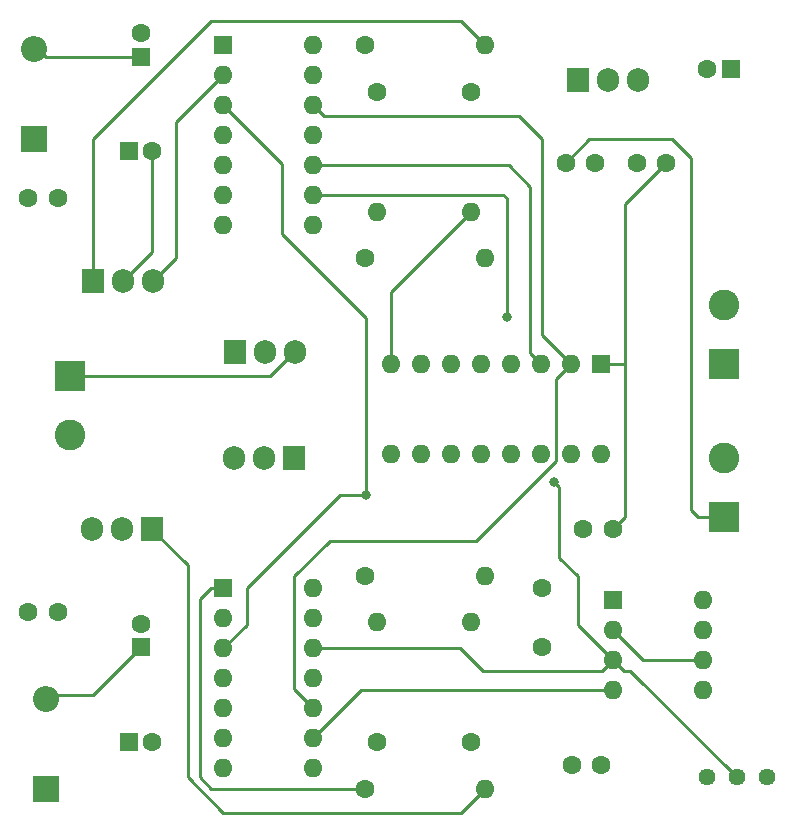
<source format=gbl>
G04 #@! TF.GenerationSoftware,KiCad,Pcbnew,(5.1.2)-2*
G04 #@! TF.CreationDate,2019-09-19T14:38:40-05:00*
G04 #@! TF.ProjectId,PWM-H-Bridge,50574d2d-482d-4427-9269-6467652e6b69,rev?*
G04 #@! TF.SameCoordinates,Original*
G04 #@! TF.FileFunction,Copper,L2,Bot*
G04 #@! TF.FilePolarity,Positive*
%FSLAX46Y46*%
G04 Gerber Fmt 4.6, Leading zero omitted, Abs format (unit mm)*
G04 Created by KiCad (PCBNEW (5.1.2)-2) date 2019-09-19 14:38:40*
%MOMM*%
%LPD*%
G04 APERTURE LIST*
%ADD10R,2.600000X2.600000*%
%ADD11C,2.600000*%
%ADD12C,1.600000*%
%ADD13R,1.600000X1.600000*%
%ADD14R,2.200000X2.200000*%
%ADD15O,2.200000X2.200000*%
%ADD16O,1.905000X2.000000*%
%ADD17R,1.905000X2.000000*%
%ADD18O,1.600000X1.600000*%
%ADD19C,1.440000*%
%ADD20C,0.800000*%
%ADD21C,0.250000*%
G04 APERTURE END LIST*
D10*
X103400000Y-95000000D03*
D11*
X103400000Y-90000000D03*
X103400000Y-77000000D03*
D10*
X103400000Y-82000000D03*
D12*
X88000000Y-106000000D03*
X88000000Y-101000000D03*
X90500000Y-116000000D03*
X93000000Y-116000000D03*
X94000000Y-96000000D03*
X91500000Y-96000000D03*
X44500000Y-68000000D03*
X47000000Y-68000000D03*
X47000000Y-103000000D03*
X44500000Y-103000000D03*
X92500000Y-65000000D03*
X90000000Y-65000000D03*
X96000000Y-65000000D03*
X98500000Y-65000000D03*
D13*
X104000000Y-57000000D03*
D12*
X102000000Y-57000000D03*
X54000000Y-54000000D03*
D13*
X54000000Y-56000000D03*
D12*
X55000000Y-64000000D03*
D13*
X53000000Y-64000000D03*
X54000000Y-106000000D03*
D12*
X54000000Y-104000000D03*
D13*
X53000000Y-114000000D03*
D12*
X55000000Y-114000000D03*
D14*
X45000000Y-63000000D03*
D15*
X45000000Y-55380000D03*
D14*
X46000000Y-118000000D03*
D15*
X46000000Y-110380000D03*
D10*
X48000000Y-83000000D03*
D11*
X48000000Y-88000000D03*
D16*
X67080000Y-81000000D03*
X64540000Y-81000000D03*
D17*
X62000000Y-81000000D03*
X50000000Y-75000000D03*
D16*
X52540000Y-75000000D03*
X55080000Y-75000000D03*
X61920000Y-90000000D03*
X64460000Y-90000000D03*
D17*
X67000000Y-90000000D03*
D16*
X49920000Y-96000000D03*
X52460000Y-96000000D03*
D17*
X55000000Y-96000000D03*
D18*
X74000000Y-69160000D03*
D12*
X74000000Y-59000000D03*
D18*
X83160000Y-55000000D03*
D12*
X73000000Y-55000000D03*
X74000000Y-114000000D03*
D18*
X74000000Y-103840000D03*
D12*
X73000000Y-118000000D03*
D18*
X83160000Y-118000000D03*
D12*
X73000000Y-73000000D03*
D18*
X83160000Y-73000000D03*
D12*
X82000000Y-59000000D03*
D18*
X82000000Y-69160000D03*
X83160000Y-100000000D03*
D12*
X73000000Y-100000000D03*
D18*
X82000000Y-103840000D03*
D12*
X82000000Y-114000000D03*
D19*
X107000000Y-117000000D03*
X104460000Y-117000000D03*
X101920000Y-117000000D03*
D18*
X68620000Y-55000000D03*
X61000000Y-70240000D03*
X68620000Y-57540000D03*
X61000000Y-67700000D03*
X68620000Y-60080000D03*
X61000000Y-65160000D03*
X68620000Y-62620000D03*
X61000000Y-62620000D03*
X68620000Y-65160000D03*
X61000000Y-60080000D03*
X68620000Y-67700000D03*
X61000000Y-57540000D03*
X68620000Y-70240000D03*
D13*
X61000000Y-55000000D03*
X61000000Y-101000000D03*
D18*
X68620000Y-116240000D03*
X61000000Y-103540000D03*
X68620000Y-113700000D03*
X61000000Y-106080000D03*
X68620000Y-111160000D03*
X61000000Y-108620000D03*
X68620000Y-108620000D03*
X61000000Y-111160000D03*
X68620000Y-106080000D03*
X61000000Y-113700000D03*
X68620000Y-103540000D03*
X61000000Y-116240000D03*
X68620000Y-101000000D03*
D13*
X94000000Y-102000000D03*
D18*
X101620000Y-109620000D03*
X94000000Y-104540000D03*
X101620000Y-107080000D03*
X94000000Y-107080000D03*
X101620000Y-104540000D03*
X94000000Y-109620000D03*
X101620000Y-102000000D03*
D13*
X93000000Y-82000000D03*
D18*
X75220000Y-89620000D03*
X90460000Y-82000000D03*
X77760000Y-89620000D03*
X87920000Y-82000000D03*
X80300000Y-89620000D03*
X85380000Y-82000000D03*
X82840000Y-89620000D03*
X82840000Y-82000000D03*
X85380000Y-89620000D03*
X80300000Y-82000000D03*
X87920000Y-89620000D03*
X77760000Y-82000000D03*
X90460000Y-89620000D03*
X75220000Y-82000000D03*
X93000000Y-89620000D03*
D17*
X91000000Y-58000000D03*
D16*
X93540000Y-58000000D03*
X96080000Y-58000000D03*
D20*
X85000000Y-78000000D03*
X73080000Y-93080000D03*
X89000000Y-92000000D03*
D21*
X96540000Y-107080000D02*
X94000000Y-104540000D01*
X101620000Y-107080000D02*
X96540000Y-107080000D01*
X55080000Y-74952500D02*
X57000000Y-73032500D01*
X55080000Y-75000000D02*
X55080000Y-74952500D01*
X57000000Y-61540000D02*
X61000000Y-57540000D01*
X57000000Y-73032500D02*
X57000000Y-61540000D01*
X75220000Y-75940000D02*
X82000000Y-69160000D01*
X75220000Y-82000000D02*
X75220000Y-75940000D01*
X94000000Y-96000000D02*
X95000000Y-95000000D01*
X95000000Y-68500000D02*
X98500000Y-65000000D01*
X93000000Y-82000000D02*
X95000000Y-82000000D01*
X95000000Y-95000000D02*
X95000000Y-82000000D01*
X95000000Y-82000000D02*
X95000000Y-68500000D01*
X72700000Y-109620000D02*
X68620000Y-113700000D01*
X94000000Y-109620000D02*
X72700000Y-109620000D01*
X68620000Y-67700000D02*
X84700000Y-67700000D01*
X84700000Y-67700000D02*
X85000000Y-68000000D01*
X85000000Y-68000000D02*
X85000000Y-78000000D01*
X65000000Y-83000000D02*
X48000000Y-83000000D01*
X67080000Y-80920000D02*
X65000000Y-83000000D01*
X55000000Y-64000000D02*
X55000000Y-72540000D01*
X53742500Y-73750000D02*
X52540000Y-74952500D01*
X53790000Y-73750000D02*
X53742500Y-73750000D01*
X55000000Y-72540000D02*
X53790000Y-73750000D01*
X52540000Y-74952500D02*
X52540000Y-75000000D01*
X50000000Y-110000000D02*
X54000000Y-106000000D01*
X46000000Y-110000000D02*
X50000000Y-110000000D01*
X61000000Y-60080000D02*
X66000000Y-65080000D01*
X66000000Y-65080000D02*
X66000000Y-71000000D01*
X66000000Y-71000000D02*
X73080000Y-78080000D01*
X73080000Y-78080000D02*
X73080000Y-93080000D01*
X73080000Y-93080000D02*
X70920000Y-93080000D01*
X70920000Y-93080000D02*
X63000000Y-101000000D01*
X63000000Y-104080000D02*
X61000000Y-106080000D01*
X63000000Y-101000000D02*
X63000000Y-104080000D01*
X46000000Y-56000000D02*
X45000000Y-55000000D01*
X54000000Y-56000000D02*
X46000000Y-56000000D01*
X92000000Y-63000000D02*
X90000000Y-65000000D01*
X99000000Y-63000000D02*
X92000000Y-63000000D01*
X100600000Y-64600000D02*
X99000000Y-63000000D01*
X100600000Y-94400000D02*
X100600000Y-64600000D01*
X103400000Y-95000000D02*
X101200000Y-95000000D01*
X101200000Y-95000000D02*
X100600000Y-94400000D01*
X50000000Y-75000000D02*
X50000000Y-63000000D01*
X50000000Y-63000000D02*
X60000000Y-53000000D01*
X81160000Y-53000000D02*
X83160000Y-55000000D01*
X60000000Y-53000000D02*
X81160000Y-53000000D01*
X55000000Y-96047500D02*
X58000000Y-99047500D01*
X55000000Y-96000000D02*
X55000000Y-96047500D01*
X58000000Y-99047500D02*
X58000000Y-117000000D01*
X58000000Y-117000000D02*
X61000000Y-120000000D01*
X81160000Y-120000000D02*
X83160000Y-118000000D01*
X61000000Y-120000000D02*
X81160000Y-120000000D01*
X59950000Y-101000000D02*
X61000000Y-101000000D01*
X59000000Y-101950000D02*
X59950000Y-101000000D01*
X59000000Y-117000000D02*
X59000000Y-101950000D01*
X60000000Y-118000000D02*
X59000000Y-117000000D01*
X73000000Y-118000000D02*
X60000000Y-118000000D01*
X94000000Y-107080000D02*
X94920000Y-108000000D01*
X95460000Y-108000000D02*
X104460000Y-117000000D01*
X94920000Y-108000000D02*
X95460000Y-108000000D01*
X68620000Y-106080000D02*
X81080000Y-106080000D01*
X81080000Y-106080000D02*
X83000000Y-108000000D01*
X93080000Y-108000000D02*
X94000000Y-107080000D01*
X83000000Y-108000000D02*
X93080000Y-108000000D01*
X89399999Y-92399999D02*
X89399999Y-98399999D01*
X89000000Y-92000000D02*
X89399999Y-92399999D01*
X89399999Y-98399999D02*
X91000000Y-100000000D01*
X91000000Y-104080000D02*
X94000000Y-107080000D01*
X91000000Y-100000000D02*
X91000000Y-104080000D01*
X87920000Y-82000000D02*
X87000000Y-81080000D01*
X87000000Y-81080000D02*
X87000000Y-67000000D01*
X85160000Y-65160000D02*
X68620000Y-65160000D01*
X87000000Y-67000000D02*
X85160000Y-65160000D01*
X89200000Y-83260000D02*
X89660001Y-82799999D01*
X68620000Y-111160000D02*
X67000000Y-109540000D01*
X67000000Y-100000000D02*
X70000000Y-97000000D01*
X67000000Y-109540000D02*
X67000000Y-100000000D01*
X70000000Y-97000000D02*
X82400000Y-97000000D01*
X82400000Y-97000000D02*
X89200000Y-90200000D01*
X89660001Y-82799999D02*
X90460000Y-82000000D01*
X89200000Y-90200000D02*
X89200000Y-83260000D01*
X69540000Y-61000000D02*
X86000000Y-61000000D01*
X68620000Y-60080000D02*
X69540000Y-61000000D01*
X86000000Y-61000000D02*
X88000000Y-63000000D01*
X88000000Y-63000000D02*
X88000000Y-79540000D01*
X88000000Y-79540000D02*
X90460000Y-82000000D01*
M02*

</source>
